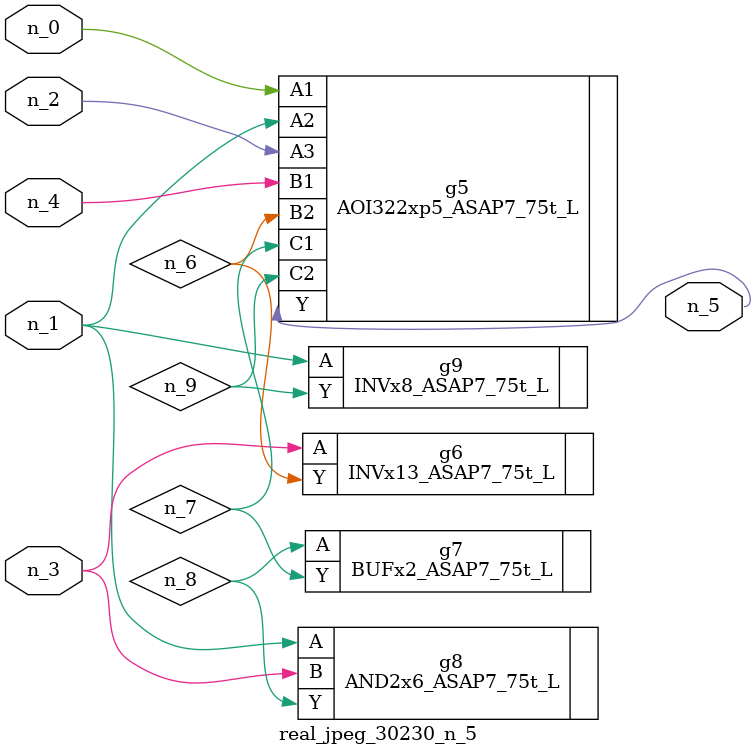
<source format=v>
module real_jpeg_30230_n_5 (n_4, n_0, n_1, n_2, n_3, n_5);

input n_4;
input n_0;
input n_1;
input n_2;
input n_3;

output n_5;

wire n_8;
wire n_6;
wire n_7;
wire n_9;

AOI322xp5_ASAP7_75t_L g5 ( 
.A1(n_0),
.A2(n_1),
.A3(n_2),
.B1(n_4),
.B2(n_6),
.C1(n_7),
.C2(n_9),
.Y(n_5)
);

AND2x6_ASAP7_75t_L g8 ( 
.A(n_1),
.B(n_3),
.Y(n_8)
);

INVx8_ASAP7_75t_L g9 ( 
.A(n_1),
.Y(n_9)
);

INVx13_ASAP7_75t_L g6 ( 
.A(n_3),
.Y(n_6)
);

BUFx2_ASAP7_75t_L g7 ( 
.A(n_8),
.Y(n_7)
);


endmodule
</source>
